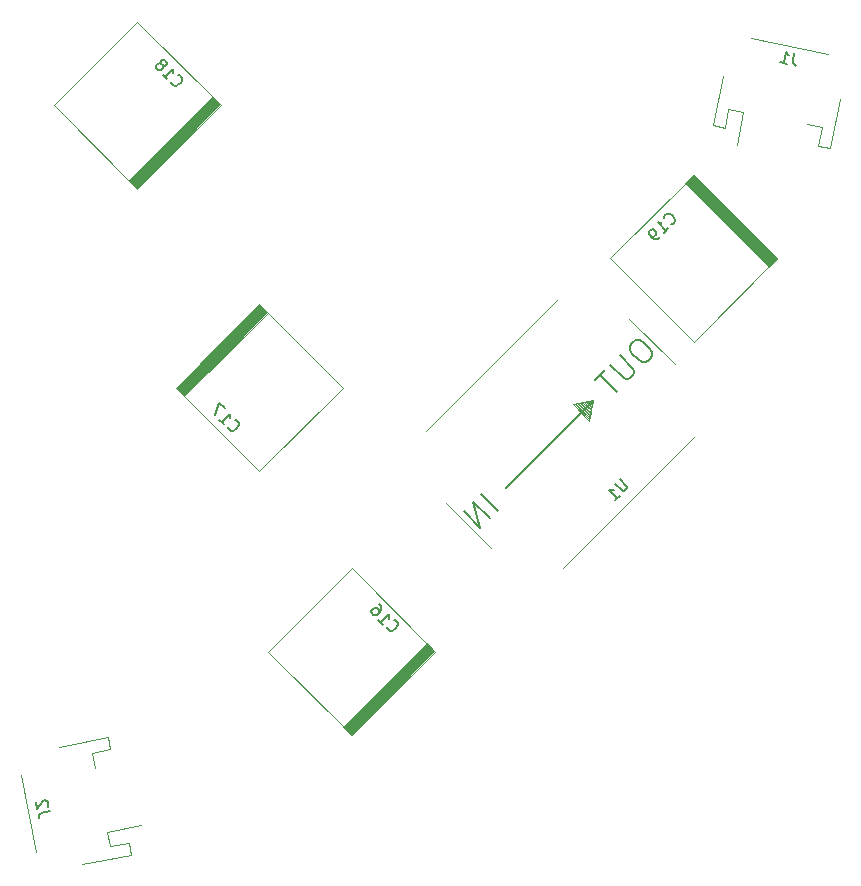
<source format=gbo>
G04 #@! TF.GenerationSoftware,KiCad,Pcbnew,5.1.4+dfsg1-1*
G04 #@! TF.CreationDate,2019-11-20T14:25:38+01:00*
G04 #@! TF.ProjectId,LED-Polyhedron,4c45442d-506f-46c7-9968-6564726f6e2e,rev?*
G04 #@! TF.SameCoordinates,Original*
G04 #@! TF.FileFunction,Legend,Bot*
G04 #@! TF.FilePolarity,Positive*
%FSLAX46Y46*%
G04 Gerber Fmt 4.6, Leading zero omitted, Abs format (unit mm)*
G04 Created by KiCad (PCBNEW 5.1.4+dfsg1-1) date 2019-11-20 14:25:38*
%MOMM*%
%LPD*%
G04 APERTURE LIST*
%ADD10C,0.100000*%
%ADD11C,0.200000*%
%ADD12C,0.120000*%
%ADD13C,0.150000*%
G04 APERTURE END LIST*
D10*
X56390814Y-59745063D02*
X52572437Y-55926686D01*
X71947163Y-44188714D02*
X68128786Y-40370337D01*
X50875381Y-49845568D02*
X62047668Y-38673281D01*
X62471932Y-61442119D02*
X73644219Y-50269832D01*
D11*
X57663606Y-54653894D02*
X65017516Y-47299984D01*
D10*
X65088227Y-47229273D02*
X64734674Y-48997040D01*
X64734674Y-48997040D02*
X63320460Y-47582826D01*
X63320460Y-47582826D02*
X65088227Y-47229273D01*
X63497237Y-47618182D02*
X64699318Y-48820263D01*
X63603303Y-47582826D02*
X64699318Y-48678842D01*
X64770029Y-48608131D02*
X63674014Y-47512116D01*
X63815435Y-47512116D02*
X64805384Y-48502065D01*
X64840740Y-48395999D02*
X63956856Y-47512116D01*
X64062922Y-47476760D02*
X64805384Y-48219222D01*
X64805384Y-48219222D02*
X64840740Y-48113156D01*
X64840740Y-48113156D02*
X64204344Y-47476760D01*
X64204344Y-47476760D02*
X64310410Y-47441405D01*
X64310410Y-47441405D02*
X64876095Y-48007090D01*
X64876095Y-48007090D02*
X64876095Y-47865669D01*
X64876095Y-47865669D02*
X64416476Y-47406050D01*
X64416476Y-47406050D02*
X64557897Y-47406050D01*
X64557897Y-47406050D02*
X64911450Y-47759603D01*
X64911450Y-47759603D02*
X64946806Y-47653537D01*
X64946806Y-47653537D02*
X64663963Y-47370694D01*
X64663963Y-47370694D02*
X64770029Y-47335339D01*
X64770029Y-47335339D02*
X64982161Y-47547471D01*
X64982161Y-47547471D02*
X64982161Y-47406050D01*
X64982161Y-47406050D02*
X64876095Y-47299984D01*
X64876095Y-47299984D02*
X63426526Y-47618182D01*
X65017516Y-47370694D02*
X64699318Y-48890974D01*
X64699318Y-48890974D02*
X64699318Y-48608131D01*
G36*
X80591246Y-35280889D02*
G01*
X79919495Y-35952641D01*
X72848427Y-28881573D01*
X73555534Y-28174466D01*
X80591246Y-35280889D01*
G37*
X80591246Y-35280889D02*
X79919495Y-35952641D01*
X72848427Y-28881573D01*
X73555534Y-28174466D01*
X80591246Y-35280889D01*
X66484466Y-35245534D02*
X73555534Y-28174466D01*
X73555534Y-42316602D02*
X66484466Y-35245534D01*
X80626602Y-35245534D02*
X73555534Y-42316602D01*
X73555534Y-28174466D02*
X80626602Y-35245534D01*
G36*
X44589111Y-75601246D02*
G01*
X43917359Y-74929495D01*
X50988427Y-67858427D01*
X51695534Y-68565534D01*
X44589111Y-75601246D01*
G37*
X44589111Y-75601246D02*
X43917359Y-74929495D01*
X50988427Y-67858427D01*
X51695534Y-68565534D01*
X44589111Y-75601246D01*
X44624466Y-61494466D02*
X51695534Y-68565534D01*
X37553398Y-68565534D02*
X44624466Y-61494466D01*
X44624466Y-75636602D02*
X37553398Y-68565534D01*
X51695534Y-68565534D02*
X44624466Y-75636602D01*
G36*
X36820889Y-39178754D02*
G01*
X37492641Y-39850505D01*
X30421573Y-46921573D01*
X29714466Y-46214466D01*
X36820889Y-39178754D01*
G37*
X36820889Y-39178754D02*
X37492641Y-39850505D01*
X30421573Y-46921573D01*
X29714466Y-46214466D01*
X36820889Y-39178754D01*
X36785534Y-53285534D02*
X29714466Y-46214466D01*
X43856602Y-46214466D02*
X36785534Y-53285534D01*
X36785534Y-39143398D02*
X43856602Y-46214466D01*
X29714466Y-46214466D02*
X36785534Y-39143398D01*
G36*
X26429111Y-29321246D02*
G01*
X25757359Y-28649495D01*
X32828427Y-21578427D01*
X33535534Y-22285534D01*
X26429111Y-29321246D01*
G37*
X26429111Y-29321246D02*
X25757359Y-28649495D01*
X32828427Y-21578427D01*
X33535534Y-22285534D01*
X26429111Y-29321246D01*
X26464466Y-15214466D02*
X33535534Y-22285534D01*
X19393398Y-22285534D02*
X26464466Y-15214466D01*
X26464466Y-29356602D02*
X19393398Y-22285534D01*
X33535534Y-22285534D02*
X26464466Y-29356602D01*
D12*
X78381914Y-16635559D02*
X84939183Y-17910163D01*
X84439490Y-24149451D02*
X83183008Y-23905215D01*
X84134196Y-25720054D02*
X84439490Y-24149451D01*
X85135456Y-25914679D02*
X84134196Y-25720054D01*
X85946394Y-21742764D02*
X85135456Y-25914679D01*
X77764426Y-22851950D02*
X77212988Y-25688852D01*
X76507943Y-22607714D02*
X77764426Y-22851950D01*
X76202648Y-24178318D02*
X76507943Y-22607714D01*
X75201389Y-23983692D02*
X76202648Y-24178318D01*
X76012327Y-19811777D02*
X75201389Y-23983692D01*
X21742764Y-86546394D02*
X25914679Y-85735456D01*
X25914679Y-85735456D02*
X25720054Y-84734196D01*
X25720054Y-84734196D02*
X24149451Y-85039490D01*
X24149451Y-85039490D02*
X23905215Y-83783008D01*
X23905215Y-83783008D02*
X26742118Y-83231570D01*
X19811777Y-76612327D02*
X23983692Y-75801389D01*
X23983692Y-75801389D02*
X24178318Y-76802648D01*
X24178318Y-76802648D02*
X22607714Y-77107943D01*
X22607714Y-77107943D02*
X22851950Y-78364426D01*
X17910163Y-85539183D02*
X16635559Y-78981914D01*
D13*
X67301474Y-53924013D02*
X67873894Y-54496433D01*
X67907566Y-54597448D01*
X67907566Y-54664792D01*
X67873894Y-54765807D01*
X67739207Y-54900494D01*
X67638192Y-54934166D01*
X67570848Y-54934166D01*
X67469833Y-54900494D01*
X66897413Y-54328074D01*
X66897413Y-55742288D02*
X67301474Y-55338227D01*
X67099444Y-55540257D02*
X66392337Y-54833151D01*
X66560696Y-54866822D01*
X66695383Y-54866822D01*
X66796398Y-54833151D01*
X56993537Y-56603488D02*
X55579324Y-55189275D01*
X56320102Y-57276923D02*
X54905889Y-55862710D01*
X55511980Y-58085045D01*
X54097767Y-56670832D01*
X68521062Y-42247537D02*
X68251688Y-42516911D01*
X68184344Y-42718941D01*
X68184344Y-42988315D01*
X68386375Y-43325033D01*
X68857779Y-43796437D01*
X69194497Y-43998468D01*
X69463871Y-43998468D01*
X69665901Y-43931124D01*
X69935275Y-43661750D01*
X70002619Y-43459720D01*
X70002619Y-43190346D01*
X69800588Y-42853628D01*
X69329184Y-42382224D01*
X68992466Y-42180193D01*
X68723092Y-42180193D01*
X68521062Y-42247537D01*
X67308879Y-43459720D02*
X68453718Y-44604559D01*
X68521062Y-44806590D01*
X68521062Y-44941277D01*
X68453718Y-45143307D01*
X68184344Y-45412681D01*
X67982314Y-45480025D01*
X67847627Y-45480025D01*
X67645596Y-45412681D01*
X66500757Y-44267842D01*
X66029352Y-44739246D02*
X65221230Y-45547368D01*
X67039505Y-46557521D02*
X65625291Y-45143307D01*
X71637106Y-32377969D02*
X71704450Y-32377969D01*
X71839137Y-32310625D01*
X71906480Y-32243282D01*
X71973824Y-32108595D01*
X71973824Y-31973908D01*
X71940152Y-31872893D01*
X71839137Y-31704534D01*
X71738122Y-31603519D01*
X71569763Y-31502503D01*
X71468748Y-31468832D01*
X71334061Y-31468832D01*
X71199374Y-31536175D01*
X71132030Y-31603519D01*
X71064687Y-31738206D01*
X71064687Y-31805549D01*
X71031015Y-33118748D02*
X71435076Y-32714687D01*
X71233045Y-32916717D02*
X70525938Y-32209610D01*
X70694297Y-32243282D01*
X70828984Y-32243282D01*
X70930000Y-32209610D01*
X70694297Y-33455465D02*
X70559610Y-33590152D01*
X70458595Y-33623824D01*
X70391251Y-33623824D01*
X70222893Y-33590152D01*
X70054534Y-33489137D01*
X69785160Y-33219763D01*
X69751488Y-33118748D01*
X69751488Y-33051404D01*
X69785160Y-32950389D01*
X69919847Y-32815702D01*
X70020862Y-32782030D01*
X70088206Y-32782030D01*
X70189221Y-32815702D01*
X70357580Y-32984061D01*
X70391251Y-33085076D01*
X70391251Y-33152419D01*
X70357580Y-33253435D01*
X70222893Y-33388122D01*
X70121877Y-33421793D01*
X70054534Y-33421793D01*
X69953519Y-33388122D01*
X47602030Y-66457106D02*
X47602030Y-66524450D01*
X47669374Y-66659137D01*
X47736717Y-66726480D01*
X47871404Y-66793824D01*
X48006091Y-66793824D01*
X48107106Y-66760152D01*
X48275465Y-66659137D01*
X48376480Y-66558122D01*
X48477496Y-66389763D01*
X48511167Y-66288748D01*
X48511167Y-66154061D01*
X48443824Y-66019374D01*
X48376480Y-65952030D01*
X48241793Y-65884687D01*
X48174450Y-65884687D01*
X46861251Y-65851015D02*
X47265312Y-66255076D01*
X47063282Y-66053045D02*
X47770389Y-65345938D01*
X47736717Y-65514297D01*
X47736717Y-65648984D01*
X47770389Y-65750000D01*
X46962267Y-64537816D02*
X47096954Y-64672503D01*
X47130625Y-64773519D01*
X47130625Y-64840862D01*
X47096954Y-65009221D01*
X46995938Y-65177580D01*
X46726564Y-65446954D01*
X46625549Y-65480625D01*
X46558206Y-65480625D01*
X46457190Y-65446954D01*
X46322503Y-65312267D01*
X46288832Y-65211251D01*
X46288832Y-65143908D01*
X46322503Y-65042893D01*
X46490862Y-64874534D01*
X46591877Y-64840862D01*
X46659221Y-64840862D01*
X46760236Y-64874534D01*
X46894923Y-65009221D01*
X46928595Y-65110236D01*
X46928595Y-65177580D01*
X46894923Y-65278595D01*
X34152030Y-49507106D02*
X34152030Y-49574450D01*
X34219374Y-49709137D01*
X34286717Y-49776480D01*
X34421404Y-49843824D01*
X34556091Y-49843824D01*
X34657106Y-49810152D01*
X34825465Y-49709137D01*
X34926480Y-49608122D01*
X35027496Y-49439763D01*
X35061167Y-49338748D01*
X35061167Y-49204061D01*
X34993824Y-49069374D01*
X34926480Y-49002030D01*
X34791793Y-48934687D01*
X34724450Y-48934687D01*
X33411251Y-48901015D02*
X33815312Y-49305076D01*
X33613282Y-49103045D02*
X34320389Y-48395938D01*
X34286717Y-48564297D01*
X34286717Y-48698984D01*
X34320389Y-48800000D01*
X33882656Y-47958206D02*
X33411251Y-47486801D01*
X33007190Y-48496954D01*
X29352030Y-20307106D02*
X29352030Y-20374450D01*
X29419374Y-20509137D01*
X29486717Y-20576480D01*
X29621404Y-20643824D01*
X29756091Y-20643824D01*
X29857106Y-20610152D01*
X30025465Y-20509137D01*
X30126480Y-20408122D01*
X30227496Y-20239763D01*
X30261167Y-20138748D01*
X30261167Y-20004061D01*
X30193824Y-19869374D01*
X30126480Y-19802030D01*
X29991793Y-19734687D01*
X29924450Y-19734687D01*
X28611251Y-19701015D02*
X29015312Y-20105076D01*
X28813282Y-19903045D02*
X29520389Y-19195938D01*
X29486717Y-19364297D01*
X29486717Y-19498984D01*
X29520389Y-19600000D01*
X28611251Y-18892893D02*
X28712267Y-18926564D01*
X28779610Y-18926564D01*
X28880625Y-18892893D01*
X28914297Y-18859221D01*
X28947969Y-18758206D01*
X28947969Y-18690862D01*
X28914297Y-18589847D01*
X28779610Y-18455160D01*
X28678595Y-18421488D01*
X28611251Y-18421488D01*
X28510236Y-18455160D01*
X28476564Y-18488832D01*
X28442893Y-18589847D01*
X28442893Y-18657190D01*
X28476564Y-18758206D01*
X28611251Y-18892893D01*
X28644923Y-18993908D01*
X28644923Y-19061251D01*
X28611251Y-19162267D01*
X28476564Y-19296954D01*
X28375549Y-19330625D01*
X28308206Y-19330625D01*
X28207190Y-19296954D01*
X28072503Y-19162267D01*
X28038832Y-19061251D01*
X28038832Y-18993908D01*
X28072503Y-18892893D01*
X28207190Y-18758206D01*
X28308206Y-18724534D01*
X28375549Y-18724534D01*
X28476564Y-18758206D01*
X82081699Y-17876045D02*
X81945407Y-18577207D01*
X81964893Y-18726526D01*
X82040209Y-18838186D01*
X82171355Y-18912189D01*
X82264843Y-18930361D01*
X80909263Y-18666863D02*
X81470193Y-18775897D01*
X81189728Y-18721380D02*
X81380537Y-17739753D01*
X81446767Y-17898157D01*
X81522083Y-18009818D01*
X81606485Y-18074734D01*
X19051160Y-82072718D02*
X18349998Y-82209010D01*
X18218852Y-82283013D01*
X18143536Y-82394673D01*
X18124050Y-82543992D01*
X18142222Y-82637480D01*
X18875897Y-81670193D02*
X18913555Y-81614363D01*
X18942127Y-81511788D01*
X18896696Y-81278067D01*
X18831779Y-81193665D01*
X18775949Y-81156007D01*
X18673375Y-81127435D01*
X18579886Y-81145608D01*
X18448740Y-81219610D01*
X17996844Y-81889574D01*
X17878724Y-81281900D01*
M02*

</source>
